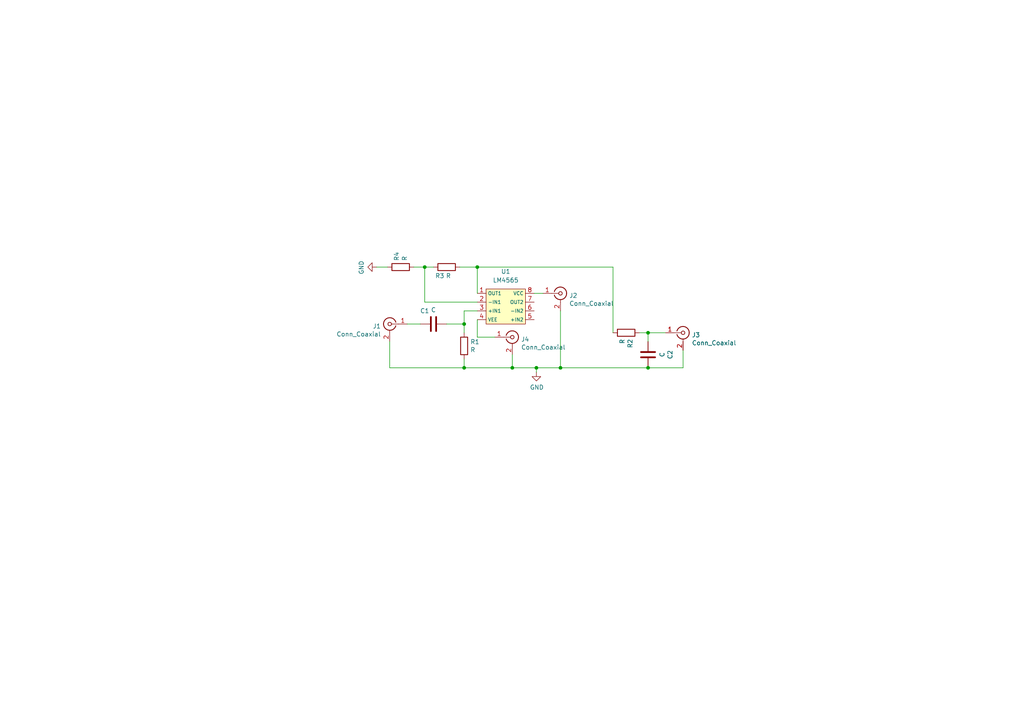
<source format=kicad_sch>
(kicad_sch (version 20211123) (generator eeschema)
  (paper "A4")
  (lib_symbols
    (symbol "Connector:Conn_Coaxial" (pin_names (offset 1.016) hide)
      (property "Reference" "J" (at 0.254 3.048 0))
      (property "Value" "Conn_Coaxial" (at 2.921 0 90))
      (symbol "Conn_Coaxial_0_1"
        (arc (start -1.778 -0.508) (mid 0.222 -1.808) (end 1.778 0) (stroke (width 0.254)))
        (polyline (pts (xy -2.54 0) (xy -0.508 0)))
        (polyline (pts (xy 0 -2.54) (xy 0 -1.778)))
        (circle (center 0 0) (radius 0.508) (stroke (width 0.2032)))
        (arc (start 1.778 0) (mid 0.222 1.8083) (end -1.778 0.508) (stroke (width 0.254)))
      )
      (symbol "Conn_Coaxial_1_1"
        (pin passive line (at -5.08 0 0) (length 2.54) (name "In") (number "1"))
        (pin passive line (at 0 -5.08 90) (length 2.54) (name "Ext") (number "2"))
      )
    )
    (symbol "Device:C" (pin_numbers hide) (pin_names (offset 0.254))
      (property "Reference" "C" (at 0.635 2.54 0))
      (property "Value" "C" (at 0.635 -2.54 0))
      (symbol "C_0_1"
        (polyline (pts (xy -2.032 -0.762) (xy 2.032 -0.762)) (stroke (width 0.508)))
        (polyline (pts (xy -2.032 0.762) (xy 2.032 0.762)) (stroke (width 0.508)))
      )
      (symbol "C_1_1"
        (pin passive line (at 0 3.81 270) (length 2.794) (name "~") (number "1"))
        (pin passive line (at 0 -3.81 90) (length 2.794) (name "~") (number "2"))
      )
    )
    (symbol "Device:R" (pin_numbers hide) (pin_names (offset 0))
      (property "Reference" "R" (at 2.032 0 90))
      (property "Value" "R" (at 0 0 90))
      (symbol "R_0_1"
        (rectangle (start -1.016 -2.54) (end 1.016 2.54) (stroke (width 0.254)))
      )
      (symbol "R_1_1"
        (pin passive line (at 0 3.81 270) (length 1.27) (name "~") (number "1"))
        (pin passive line (at 0 -3.81 90) (length 1.27) (name "~") (number "2"))
      )
    )
    (symbol "LM4565 Operational Amplifier:LM4565"
      (property "Reference" "U" (at 0 -6.35 0))
      (property "Value" "LM4565" (at 0 6.35 0))
      (symbol "LM4565_0_1"
        (rectangle (start -6.35 5.08) (end 5.08 -5.08) (fill (type background)))
      )
      (symbol "LM4565_1_1"
        (pin output line (at -8.89 3.81 0) (length 2.54) (name "OUT1") (number "1"))
        (pin input line (at -8.89 1.27 0) (length 2.54) (name "-IN1") (number "2"))
        (pin input line (at -8.89 -1.27 0) (length 2.54) (name "+IN1") (number "3"))
        (pin power_in line (at -8.89 -3.81 0) (length 2.54) (name "VEE") (number "4"))
        (pin input line (at 7.62 -3.81 180) (length 2.54) (name "+IN2") (number "5"))
        (pin input line (at 7.62 -1.27 180) (length 2.54) (name "-IN2") (number "6"))
        (pin output line (at 7.62 1.27 180) (length 2.54) (name "OUT2") (number "7"))
        (pin power_in line (at 7.62 3.81 180) (length 2.54) (name "VCC") (number "8"))
      )
    )
    (symbol "power:GND" (power) (pin_names (offset 0))
      (property "Value" "GND" (at 0 -3.81 0))
      (symbol "GND_0_1"
        (polyline (pts (xy 0 0) (xy 0 -1.27) (xy 1.27 -1.27) (xy 0 -2.54) (xy -1.27 -1.27) (xy 0 -1.27)))
      )
      (symbol "GND_1_1"
        (pin power_in line (at 0 0 270) (length 0) hide (name "GND") (number "1"))
      )
    )
  )
  (junction (at 134.62 106.68))
  (junction (at 134.62 93.98))
  (junction (at 138.43 77.47))
  (junction (at 187.96 106.68))
  (junction (at 148.59 106.68))
  (junction (at 155.575 106.68))
  (junction (at 187.96 96.52))
  (junction (at 162.56 106.68))
  (junction (at 123.19 77.47))
  (wire (pts (xy 148.59 106.68) (xy 155.575 106.68)))
  (wire (pts (xy 177.8 77.47) (xy 177.8 96.52)))
  (wire (pts (xy 118.11 93.98) (xy 121.92 93.98)))
  (wire (pts (xy 155.575 106.68) (xy 162.56 106.68)))
  (wire (pts (xy 143.51 97.79) (xy 138.43 97.79)))
  (wire (pts (xy 185.42 96.52) (xy 187.96 96.52)))
  (wire (pts (xy 113.03 106.68) (xy 134.62 106.68)))
  (wire (pts (xy 134.62 93.98) (xy 134.62 96.52)))
  (wire (pts (xy 123.19 77.47) (xy 120.015 77.47)))
  (wire (pts (xy 134.62 104.14) (xy 134.62 106.68)))
  (wire (pts (xy 133.35 77.47) (xy 138.43 77.47)))
  (wire (pts (xy 198.12 101.6) (xy 198.12 106.68)))
  (wire (pts (xy 125.73 77.47) (xy 123.19 77.47)))
  (wire (pts (xy 113.03 99.06) (xy 113.03 106.68)))
  (wire (pts (xy 129.54 93.98) (xy 134.62 93.98)))
  (wire (pts (xy 134.62 106.68) (xy 148.59 106.68)))
  (wire (pts (xy 138.43 87.63) (xy 123.19 87.63)))
  (wire (pts (xy 123.19 87.63) (xy 123.19 77.47)))
  (wire (pts (xy 162.56 106.68) (xy 187.96 106.68)))
  (wire (pts (xy 112.395 77.47) (xy 109.22 77.47)))
  (wire (pts (xy 148.59 102.87) (xy 148.59 106.68)))
  (wire (pts (xy 138.43 85.09) (xy 138.43 77.47)))
  (wire (pts (xy 154.94 85.09) (xy 157.48 85.09)))
  (wire (pts (xy 187.96 96.52) (xy 187.96 99.06)))
  (wire (pts (xy 138.43 90.17) (xy 134.62 90.17)))
  (wire (pts (xy 198.12 106.68) (xy 187.96 106.68)))
  (wire (pts (xy 187.96 96.52) (xy 193.04 96.52)))
  (wire (pts (xy 162.56 90.17) (xy 162.56 106.68)))
  (wire (pts (xy 138.43 77.47) (xy 177.8 77.47)))
  (wire (pts (xy 155.575 107.95) (xy 155.575 106.68)))
  (wire (pts (xy 138.43 97.79) (xy 138.43 92.71)))
  (wire (pts (xy 134.62 90.17) (xy 134.62 93.98)))
  (symbol (lib_id "Device:C") (at 125.73 93.98 270) (unit 1)
    (property "Reference" "C1" (at 123.19 90.17 90))
    (property "Value" "C" (at 125.73 89.8906 90))
    (property "Footprint" "Capacitor_SMD:C_1206_3216Metric" (effects hide))
  )
  (symbol (lib_id "Device:R") (at 134.62 100.33 0) (unit 1)
    (property "Reference" "R1" (at 136.398 99.1616 0) (effects (justify left)))
    (property "Value" "R" (at 136.398 101.473 0) (effects (justify left)))
    (property "Footprint" "Resistor_SMD:R_1206_3216Metric" (effects hide))
  )
  (symbol (lib_id "Connector:Conn_Coaxial") (at 198.12 96.52 0) (unit 1)
    (property "Reference" "J3" (at 200.66 97.155 0) (effects (justify left)))
    (property "Value" "Conn_Coaxial" (at 200.66 99.4664 0) (effects (justify left)))
    (property "Footprint" "Connector_Coaxial:SMA_Amphenol_132203-12_Horizontal" (effects hide))
    (property "Datasheet" " ~" (effects hide))
  )
  (symbol (lib_id "Device:R") (at 181.61 96.52 270) (unit 1)
    (property "Reference" "R2" (at 182.7784 98.298 0) (effects (justify left)))
    (property "Value" "R" (at 180.467 98.298 0) (effects (justify left)))
    (property "Footprint" "Resistor_SMD:R_1206_3216Metric" (effects hide))
  )
  (symbol (lib_id "Device:C") (at 187.96 102.87 180) (unit 1)
    (property "Reference" "C2" (at 194.3608 102.87 90))
    (property "Value" "C" (at 192.0494 102.87 90))
    (property "Footprint" "Capacitor_SMD:C_1206_3216Metric" (effects hide))
  )
  (symbol (lib_id "power:GND") (at 155.575 107.95 0) (unit 1)
    (property "Reference" "#PWR02" (effects hide))
    (property "Value" "GND" (at 155.702 112.3442 0))
  )
  (symbol (lib_id "Connector:Conn_Coaxial") (at 113.03 93.98 0) (mirror y) (unit 1)
    (property "Reference" "J1" (at 110.49 94.615 0) (effects (justify left)))
    (property "Value" "Conn_Coaxial" (at 110.49 96.9264 0) (effects (justify left)))
    (property "Footprint" "Connector_Coaxial:SMA_Amphenol_132203-12_Horizontal" (effects hide))
    (property "Datasheet" " ~" (effects hide))
  )
  (symbol (lib_id "Device:R") (at 129.54 77.47 90) (unit 1)
    (property "Reference" "R3" (at 128.905 80.01 90) (effects (justify left)))
    (property "Value" "R" (at 130.81 80.01 90) (effects (justify left)))
    (property "Footprint" "Resistor_SMD:R_1206_3216Metric" (effects hide))
  )
  (symbol (lib_id "Device:R") (at 116.205 77.47 90) (unit 1)
    (property "Reference" "R4" (at 115.0366 75.692 0) (effects (justify left)))
    (property "Value" "R" (at 117.348 75.692 0) (effects (justify left)))
    (property "Footprint" "Resistor_SMD:R_1206_3216Metric" (effects hide))
  )
  (symbol (lib_id "power:GND") (at 109.22 77.47 270) (unit 1)
    (property "Reference" "#PWR03" (effects hide))
    (property "Value" "GND" (at 104.8258 77.597 0))
  )
  (symbol (lib_id "Connector:Conn_Coaxial") (at 162.56 85.09 0) (unit 1)
    (property "Reference" "J2" (at 165.1 85.725 0) (effects (justify left)))
    (property "Value" "Conn_Coaxial" (at 165.1 88.0364 0) (effects (justify left)))
    (property "Footprint" "Connector_Coaxial:SMA_Amphenol_132203-12_Horizontal" (effects hide))
    (property "Datasheet" " ~" (effects hide))
  )
  (symbol (lib_id "Connector:Conn_Coaxial") (at 148.59 97.79 0) (unit 1)
    (property "Reference" "J4" (at 151.13 98.425 0) (effects (justify left)))
    (property "Value" "Conn_Coaxial" (at 151.13 100.7364 0) (effects (justify left)))
    (property "Footprint" "Connector_Coaxial:SMA_Amphenol_132203-12_Horizontal" (effects hide))
    (property "Datasheet" " ~" (effects hide))
  )
  (symbol (lib_id "LM4565 Operational Amplifier:LM4565") (at 147.32 88.9 0) (unit 1)
    (property "Reference" "U1" (at 146.685 78.74 0))
    (property "Value" "LM4565" (at 146.685 81.28 0))
    (property "Footprint" "Package_SO:TSSOP-8_4.4x3mm_P0.65mm" (effects hide))
  )
)
</source>
